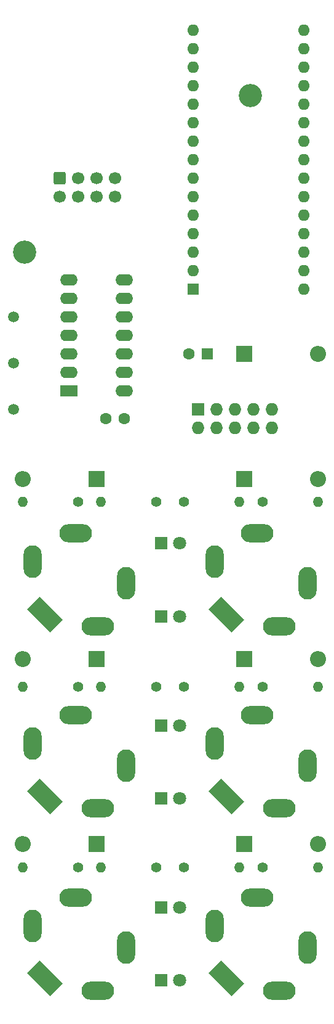
<source format=gbs>
G04 #@! TF.GenerationSoftware,KiCad,Pcbnew,6.0.9-8da3e8f707~116~ubuntu22.04.1*
G04 #@! TF.CreationDate,2022-11-08T11:41:05-05:00*
G04 #@! TF.ProjectId,clock_b1,636c6f63-6b5f-4623-912e-6b696361645f,rev?*
G04 #@! TF.SameCoordinates,Original*
G04 #@! TF.FileFunction,Soldermask,Bot*
G04 #@! TF.FilePolarity,Negative*
%FSLAX46Y46*%
G04 Gerber Fmt 4.6, Leading zero omitted, Abs format (unit mm)*
G04 Created by KiCad (PCBNEW 6.0.9-8da3e8f707~116~ubuntu22.04.1) date 2022-11-08 11:41:05*
%MOMM*%
%LPD*%
G01*
G04 APERTURE LIST*
G04 Aperture macros list*
%AMRoundRect*
0 Rectangle with rounded corners*
0 $1 Rounding radius*
0 $2 $3 $4 $5 $6 $7 $8 $9 X,Y pos of 4 corners*
0 Add a 4 corners polygon primitive as box body*
4,1,4,$2,$3,$4,$5,$6,$7,$8,$9,$2,$3,0*
0 Add four circle primitives for the rounded corners*
1,1,$1+$1,$2,$3*
1,1,$1+$1,$4,$5*
1,1,$1+$1,$6,$7*
1,1,$1+$1,$8,$9*
0 Add four rect primitives between the rounded corners*
20,1,$1+$1,$2,$3,$4,$5,0*
20,1,$1+$1,$4,$5,$6,$7,0*
20,1,$1+$1,$6,$7,$8,$9,0*
20,1,$1+$1,$8,$9,$2,$3,0*%
%AMRotRect*
0 Rectangle, with rotation*
0 The origin of the aperture is its center*
0 $1 length*
0 $2 width*
0 $3 Rotation angle, in degrees counterclockwise*
0 Add horizontal line*
21,1,$1,$2,0,0,$3*%
G04 Aperture macros list end*
%ADD10R,1.800000X1.800000*%
%ADD11C,1.800000*%
%ADD12O,2.500000X4.500001*%
%ADD13O,4.500001X2.500001*%
%ADD14RotRect,4.500001X2.500001X315.000000*%
%ADD15O,4.500000X2.500000*%
%ADD16O,2.500000X4.500000*%
%ADD17C,1.400000*%
%ADD18O,1.400000X1.400000*%
%ADD19C,1.500000*%
%ADD20R,2.200000X2.200000*%
%ADD21O,2.200000X2.200000*%
%ADD22C,3.200000*%
%ADD23RoundRect,0.250000X-0.600000X0.600000X-0.600000X-0.600000X0.600000X-0.600000X0.600000X0.600000X0*%
%ADD24C,1.700000*%
%ADD25R,1.727200X1.727200*%
%ADD26O,1.727200X1.727200*%
%ADD27R,1.600000X1.600000*%
%ADD28O,1.600000X1.600000*%
%ADD29C,1.600000*%
%ADD30R,2.400000X1.600000*%
%ADD31O,2.400000X1.600000*%
G04 APERTURE END LIST*
D10*
G04 #@! TO.C,D13*
X36725000Y-152500000D03*
D11*
X39265000Y-152500000D03*
G04 #@! TD*
D10*
G04 #@! TO.C,D12*
X36725000Y-142500000D03*
D11*
X39265000Y-142500000D03*
G04 #@! TD*
D12*
G04 #@! TO.C,J9*
X56900000Y-148000000D03*
D13*
X53000000Y-153900000D03*
D14*
X45760000Y-152240000D03*
D15*
X50000000Y-141100000D03*
D16*
X44100000Y-145000000D03*
G04 #@! TD*
D12*
G04 #@! TO.C,J4*
X31900000Y-98000000D03*
D13*
X28000000Y-103900000D03*
D14*
X20760000Y-102240000D03*
D15*
X25000000Y-91100000D03*
D16*
X19100000Y-95000000D03*
G04 #@! TD*
D12*
G04 #@! TO.C,J8*
X31900000Y-148000000D03*
D13*
X28000000Y-153900000D03*
D14*
X20760000Y-152240000D03*
D15*
X25000000Y-141100000D03*
D16*
X19100000Y-145000000D03*
G04 #@! TD*
D10*
G04 #@! TO.C,D8*
X36725000Y-92500000D03*
D11*
X39265000Y-92500000D03*
G04 #@! TD*
D12*
G04 #@! TO.C,J5*
X56900000Y-98000000D03*
D13*
X53000000Y-103900000D03*
D14*
X45760000Y-102240000D03*
D15*
X50000000Y-91100000D03*
D16*
X44100000Y-95000000D03*
G04 #@! TD*
D12*
G04 #@! TO.C,J6*
X31900000Y-123000000D03*
D13*
X28000000Y-128900000D03*
D14*
X20760000Y-127240000D03*
D15*
X25000000Y-116100000D03*
D16*
X19100000Y-120000000D03*
G04 #@! TD*
D12*
G04 #@! TO.C,J7*
X56900000Y-123000000D03*
D13*
X53000000Y-128900000D03*
D14*
X45760000Y-127240000D03*
D15*
X50000000Y-116100000D03*
D16*
X44100000Y-120000000D03*
G04 #@! TD*
D10*
G04 #@! TO.C,D10*
X36725000Y-117500000D03*
D11*
X39265000Y-117500000D03*
G04 #@! TD*
D10*
G04 #@! TO.C,D9*
X36725000Y-102500000D03*
D11*
X39265000Y-102500000D03*
G04 #@! TD*
D10*
G04 #@! TO.C,D11*
X36725000Y-127500000D03*
D11*
X39265000Y-127500000D03*
G04 #@! TD*
D17*
G04 #@! TO.C,R12*
X39915000Y-112200000D03*
D18*
X47535000Y-112200000D03*
G04 #@! TD*
D17*
G04 #@! TO.C,R9*
X36105000Y-86800000D03*
D18*
X28485000Y-86800000D03*
G04 #@! TD*
D19*
G04 #@! TO.C,TP1*
X16420000Y-74100000D03*
G04 #@! TD*
G04 #@! TO.C,TP2*
X16420000Y-67750000D03*
G04 #@! TD*
D17*
G04 #@! TO.C,R14*
X39915000Y-136965000D03*
D18*
X47535000Y-136965000D03*
G04 #@! TD*
D20*
G04 #@! TO.C,D1*
X48170000Y-66480000D03*
D21*
X58330000Y-66480000D03*
G04 #@! TD*
D20*
G04 #@! TO.C,D6*
X27850000Y-133790000D03*
D21*
X17690000Y-133790000D03*
G04 #@! TD*
D17*
G04 #@! TO.C,R13*
X36105000Y-136965000D03*
D18*
X28485000Y-136965000D03*
G04 #@! TD*
D22*
G04 #@! TO.C,H4*
X18000000Y-52500000D03*
G04 #@! TD*
D23*
G04 #@! TO.C,J3*
X22770000Y-42350000D03*
D24*
X22770000Y-44890000D03*
X25310000Y-42350000D03*
X25310000Y-44890000D03*
X27850000Y-42350000D03*
X27850000Y-44890000D03*
X30390000Y-42350000D03*
X30390000Y-44890000D03*
G04 #@! TD*
D25*
G04 #@! TO.C,J2*
X41820000Y-74100000D03*
D26*
X41820000Y-76640000D03*
X44360000Y-74100000D03*
X44360000Y-76640000D03*
X46900000Y-74100000D03*
X46900000Y-76640000D03*
X49440000Y-74100000D03*
X49440000Y-76640000D03*
X51980000Y-74100000D03*
X51980000Y-76640000D03*
G04 #@! TD*
D17*
G04 #@! TO.C,R19*
X25310000Y-136965000D03*
D18*
X17690000Y-136965000D03*
G04 #@! TD*
D27*
G04 #@! TO.C,A1*
X41195000Y-57590000D03*
D28*
X41195000Y-55050000D03*
X41195000Y-52510000D03*
X41195000Y-49970000D03*
X41195000Y-47430000D03*
X41195000Y-44890000D03*
X41195000Y-42350000D03*
X41195000Y-39810000D03*
X41195000Y-37270000D03*
X41195000Y-34730000D03*
X41195000Y-32190000D03*
X41195000Y-29650000D03*
X41195000Y-27110000D03*
X41195000Y-24570000D03*
X41195000Y-22030000D03*
X56435000Y-22030000D03*
X56435000Y-24570000D03*
X56435000Y-27110000D03*
X56435000Y-29650000D03*
X56435000Y-32190000D03*
X56435000Y-34730000D03*
X56435000Y-37270000D03*
X56435000Y-39810000D03*
X56435000Y-42350000D03*
X56435000Y-44890000D03*
X56435000Y-47430000D03*
X56435000Y-49970000D03*
X56435000Y-52510000D03*
X56435000Y-55050000D03*
X56435000Y-57590000D03*
G04 #@! TD*
D20*
G04 #@! TO.C,D4*
X27850000Y-108390000D03*
D21*
X17690000Y-108390000D03*
G04 #@! TD*
D19*
G04 #@! TO.C,TP3*
X16420000Y-61400000D03*
G04 #@! TD*
D17*
G04 #@! TO.C,R16*
X50710000Y-86800000D03*
D18*
X58330000Y-86800000D03*
G04 #@! TD*
D29*
G04 #@! TO.C,C6*
X31660000Y-75370000D03*
X29160000Y-75370000D03*
G04 #@! TD*
D20*
G04 #@! TO.C,D2*
X27850000Y-83625000D03*
D21*
X17690000Y-83625000D03*
G04 #@! TD*
D17*
G04 #@! TO.C,R20*
X50710000Y-136965000D03*
D18*
X58330000Y-136965000D03*
G04 #@! TD*
D17*
G04 #@! TO.C,R18*
X50710000Y-112200000D03*
D18*
X58330000Y-112200000D03*
G04 #@! TD*
D20*
G04 #@! TO.C,D3*
X48170000Y-83625000D03*
D21*
X58330000Y-83625000D03*
G04 #@! TD*
D20*
G04 #@! TO.C,D5*
X48170000Y-108390000D03*
D21*
X58330000Y-108390000D03*
G04 #@! TD*
D17*
G04 #@! TO.C,R17*
X25310000Y-112200000D03*
D18*
X17690000Y-112200000D03*
G04 #@! TD*
D17*
G04 #@! TO.C,R11*
X36105000Y-112200000D03*
D18*
X28485000Y-112200000D03*
G04 #@! TD*
D27*
G04 #@! TO.C,C5*
X43090000Y-66480000D03*
D29*
X40590000Y-66480000D03*
G04 #@! TD*
D22*
G04 #@! TO.C,H3*
X49000000Y-31000000D03*
G04 #@! TD*
D17*
G04 #@! TO.C,R15*
X25310000Y-86800000D03*
D18*
X17690000Y-86800000D03*
G04 #@! TD*
D17*
G04 #@! TO.C,R10*
X39915000Y-86800000D03*
D18*
X47535000Y-86800000D03*
G04 #@! TD*
D20*
G04 #@! TO.C,D7*
X48170000Y-133790000D03*
D21*
X58330000Y-133790000D03*
G04 #@! TD*
D30*
G04 #@! TO.C,U1*
X24050000Y-71560000D03*
D31*
X24050000Y-69020000D03*
X24050000Y-66480000D03*
X24050000Y-63940000D03*
X24050000Y-61400000D03*
X24050000Y-58860000D03*
X24050000Y-56320000D03*
X31670000Y-56320000D03*
X31670000Y-58860000D03*
X31670000Y-61400000D03*
X31670000Y-63940000D03*
X31670000Y-66480000D03*
X31670000Y-69020000D03*
X31670000Y-71560000D03*
G04 #@! TD*
M02*

</source>
